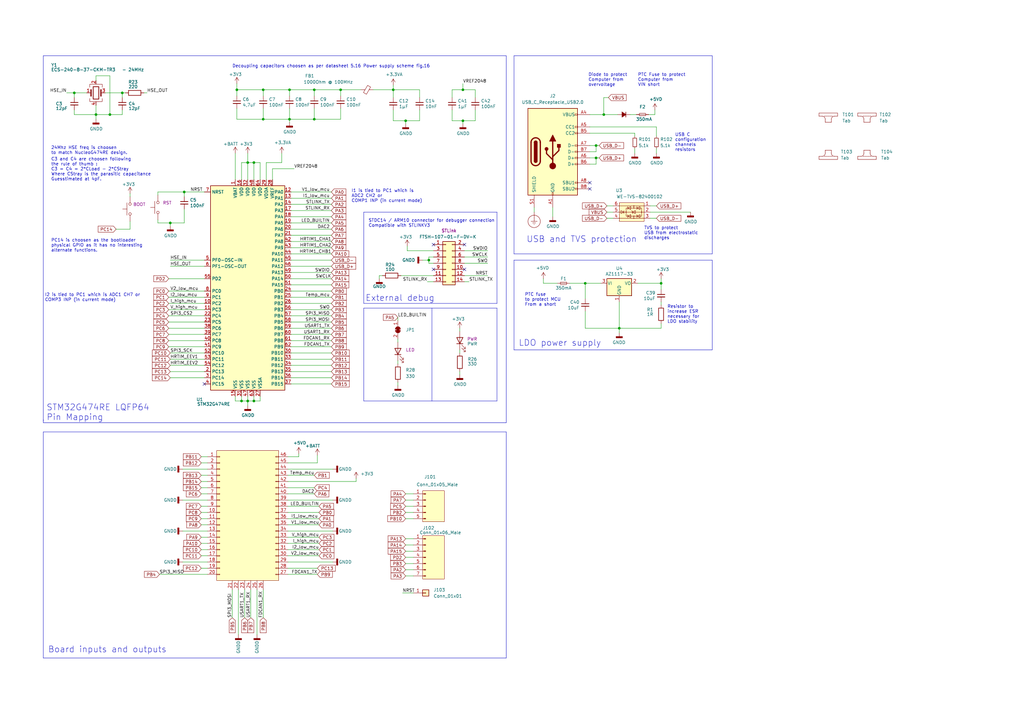
<source format=kicad_sch>
(kicad_sch (version 20230121) (generator eeschema)
  (paper "A3")
  (title_block (title "SPIN V0.9") (date "2021-06-04") (company "https://gitlab.laas.fr/owntech/1leg/-/tree/V1.1.2/KiCAD_files") (comment 1 "Alinei") (comment 2 "Villa") (comment 3 "Villa") (comment 4 "GFE"))
  (junction (at 97.155 36.83))
  (junction (at 104.14 66.675))
  (junction (at 101.6 164.465))
  (junction (at 107.95 36.83))
  (junction (at 240.03 116.205))
  (junction (at 104.14 164.465))
  (junction (at 118.745 48.895))
  (junction (at 244.475 64.77))
  (junction (at 101.6 66.675))
  (junction (at 139.7 36.83))
  (junction (at 128.905 36.83))
  (junction (at 271.145 116.205))
  (junction (at 166.37 49.53))
  (junction (at 247.65 46.99))
  (junction (at 161.29 36.83))
  (junction (at 75.565 78.74))
  (junction (at 254 134.62))
  (junction (at 39.37 46.99))
  (junction (at 118.745 36.83))
  (junction (at 30.48 38.1))
  (junction (at 244.475 59.69))
  (junction (at 99.06 164.465))
  (junction (at 50.165 38.1))
  (junction (at 128.905 48.895))
  (junction (at 107.95 48.895))
  (junction (at 189.865 36.83))
  (junction (at 175.895 106.68))
  (junction (at 69.85 91.44))
  (junction (at 45.085 46.99))
  (junction (at 189.865 49.53))
  (no_connect (at 241.935 77.47))
  (no_connect (at 241.935 74.93))
  (no_connect (at 190.5 100.33))
  (no_connect (at 190.5 110.49))
  (no_connect (at 177.8 110.49))
  (no_connect (at 177.8 100.33))
  (no_connect (at 83.82 157.48))
  (wire (pts (xy 53.34 79.375) (xy 53.34 80.645)))
  (polyline (pts (xy 203.835 126.365) (xy 203.835 164.465)))
  (wire (pts (xy 185.42 36.83) (xy 189.865 36.83)))
  (wire (pts (xy 118.11 187.325) (xy 122.555 187.325)))
  (wire (pts (xy 30.48 38.1) (xy 35.56 38.1)))
  (wire (pts (xy 244.475 64.77) (xy 245.745 64.77)))
  (wire (pts (xy 161.29 45.085) (xy 161.29 49.53)))
  (wire (pts (xy 166.37 210.185) (xy 169.545 210.185)))
  (wire (pts (xy 188.595 143.51) (xy 188.595 144.78)))
  (wire (pts (xy 99.06 66.675) (xy 101.6 66.675)))
  (wire (pts (xy 104.14 162.56) (xy 104.14 164.465)))
  (wire (pts (xy 136.525 217.805) (xy 118.11 217.805)))
  (wire (pts (xy 97.155 44.45) (xy 97.155 48.895)))
  (wire (pts (xy 249.555 40.005) (xy 247.65 40.005)))
  (wire (pts (xy 30.48 40.005) (xy 30.48 38.1)))
  (wire (pts (xy 97.155 36.83) (xy 97.155 39.37)))
  (wire (pts (xy 119.38 78.74) (xy 135.89 78.74)))
  (wire (pts (xy 27.305 38.1) (xy 30.48 38.1)))
  (wire (pts (xy 241.935 52.07) (xy 269.24 52.07)))
  (wire (pts (xy 82.55 212.725) (xy 85.09 212.725)))
  (wire (pts (xy 82.55 207.645) (xy 85.09 207.645)))
  (polyline (pts (xy 210.82 106.68) (xy 292.1 106.68)))
  (wire (pts (xy 118.745 48.895) (xy 118.745 50.165)))
  (wire (pts (xy 96.52 162.56) (xy 96.52 164.465)))
  (wire (pts (xy 246.38 116.205) (xy 240.03 116.205)))
  (wire (pts (xy 161.29 36.83) (xy 161.29 34.925)))
  (polyline (pts (xy 210.82 104.14) (xy 292.1 104.14)))
  (wire (pts (xy 200.025 102.87) (xy 190.5 102.87)))
  (wire (pts (xy 82.55 197.485) (xy 85.09 197.485)))
  (wire (pts (xy 82.55 225.425) (xy 85.09 225.425)))
  (wire (pts (xy 119.38 124.46) (xy 135.89 124.46)))
  (wire (pts (xy 104.14 73.66) (xy 104.14 66.675)))
  (wire (pts (xy 69.215 139.7) (xy 83.82 139.7)))
  (wire (pts (xy 59.055 38.1) (xy 60.325 38.1)))
  (wire (pts (xy 119.38 149.86) (xy 135.89 149.86)))
  (wire (pts (xy 118.745 48.895) (xy 128.905 48.895)))
  (wire (pts (xy 161.29 49.53) (xy 166.37 49.53)))
  (wire (pts (xy 247.65 46.99) (xy 253.365 46.99)))
  (wire (pts (xy 69.85 106.68) (xy 83.82 106.68)))
  (wire (pts (xy 254 123.825) (xy 254 134.62)))
  (wire (pts (xy 175.895 105.41) (xy 175.895 106.68)))
  (wire (pts (xy 39.37 33.02) (xy 39.37 31.115)))
  (polyline (pts (xy 207.645 177.165) (xy 17.78 177.165)))
  (wire (pts (xy 119.38 109.22) (xy 135.89 109.22)))
  (wire (pts (xy 118.745 36.83) (xy 128.905 36.83)))
  (wire (pts (xy 166.37 207.645) (xy 169.545 207.645)))
  (wire (pts (xy 69.85 149.86) (xy 83.82 149.86)))
  (wire (pts (xy 118.11 200.025) (xy 128.905 200.025)))
  (wire (pts (xy 248.92 86.995) (xy 251.46 86.995)))
  (wire (pts (xy 99.06 162.56) (xy 99.06 164.465)))
  (wire (pts (xy 118.11 212.725) (xy 130.81 212.725)))
  (wire (pts (xy 53.34 90.805) (xy 53.34 93.98)))
  (wire (pts (xy 119.38 83.82) (xy 135.89 83.82)))
  (wire (pts (xy 74.93 192.405) (xy 85.09 192.405)))
  (wire (pts (xy 111.76 73.66) (xy 111.76 69.215)))
  (wire (pts (xy 82.55 194.945) (xy 85.09 194.945)))
  (polyline (pts (xy 292.1 106.68) (xy 292.1 143.51)))
  (wire (pts (xy 189.865 34.29) (xy 189.865 36.83)))
  (wire (pts (xy 166.37 233.68) (xy 169.545 233.68)))
  (wire (pts (xy 82.55 222.885) (xy 85.09 222.885)))
  (wire (pts (xy 118.11 197.485) (xy 146.05 197.485)))
  (wire (pts (xy 82.55 189.865) (xy 85.09 189.865)))
  (wire (pts (xy 167.005 100.965) (xy 167.005 102.87)))
  (polyline (pts (xy 149.225 164.465) (xy 149.225 126.365)))
  (wire (pts (xy 85.09 187.325) (xy 82.55 187.325)))
  (polyline (pts (xy 149.225 126.365) (xy 203.835 126.365)))
  (wire (pts (xy 258.445 46.99) (xy 260.985 46.99)))
  (wire (pts (xy 172.085 45.085) (xy 172.085 49.53)))
  (wire (pts (xy 173.355 106.68) (xy 175.895 106.68)))
  (polyline (pts (xy 210.82 22.86) (xy 210.82 104.14)))
  (wire (pts (xy 69.215 127) (xy 83.82 127)))
  (wire (pts (xy 135.89 142.24) (xy 119.38 142.24)))
  (wire (pts (xy 194.945 36.83) (xy 194.945 40.005)))
  (wire (pts (xy 241.935 59.69) (xy 244.475 59.69)))
  (wire (pts (xy 105.41 260.35) (xy 105.41 241.935)))
  (wire (pts (xy 163.195 139.065) (xy 163.195 140.335)))
  (wire (pts (xy 139.7 36.83) (xy 147.955 36.83)))
  (wire (pts (xy 69.85 109.22) (xy 83.82 109.22)))
  (wire (pts (xy 222.885 114.3) (xy 222.885 116.205)))
  (wire (pts (xy 69.215 119.38) (xy 83.82 119.38)))
  (wire (pts (xy 119.38 147.32) (xy 135.89 147.32)))
  (wire (pts (xy 146.05 196.215) (xy 146.05 197.485)))
  (wire (pts (xy 260.35 60.96) (xy 260.35 62.865)))
  (wire (pts (xy 82.55 233.045) (xy 85.09 233.045)))
  (wire (pts (xy 135.89 134.62) (xy 119.38 134.62)))
  (wire (pts (xy 118.11 227.965) (xy 130.81 227.965)))
  (wire (pts (xy 119.38 129.54) (xy 135.89 129.54)))
  (wire (pts (xy 240.03 127.635) (xy 240.03 134.62)))
  (wire (pts (xy 74.93 217.805) (xy 85.09 217.805)))
  (wire (pts (xy 47.625 93.98) (xy 53.34 93.98)))
  (wire (pts (xy 119.38 96.52) (xy 135.89 96.52)))
  (wire (pts (xy 119.38 88.9) (xy 135.89 88.9)))
  (wire (pts (xy 69.85 154.94) (xy 83.82 154.94)))
  (wire (pts (xy 163.195 156.845) (xy 163.195 158.115)))
  (wire (pts (xy 82.55 210.185) (xy 85.09 210.185)))
  (wire (pts (xy 118.11 225.425) (xy 130.81 225.425)))
  (wire (pts (xy 254 134.62) (xy 271.145 134.62)))
  (wire (pts (xy 118.11 222.885) (xy 130.81 222.885)))
  (polyline (pts (xy 292.1 143.51) (xy 210.82 143.51)))
  (polyline (pts (xy 17.78 177.165) (xy 17.78 269.875)))
  (polyline (pts (xy 17.78 172.72) (xy 17.78 22.86)))
  (wire (pts (xy 200.025 113.03) (xy 190.5 113.03)))
  (wire (pts (xy 39.37 43.18) (xy 39.37 46.99)))
  (wire (pts (xy 69.215 137.16) (xy 83.82 137.16)))
  (wire (pts (xy 185.42 45.085) (xy 185.42 49.53)))
  (wire (pts (xy 119.38 137.16) (xy 135.89 137.16)))
  (wire (pts (xy 69.215 142.24) (xy 83.82 142.24)))
  (wire (pts (xy 175.895 107.95) (xy 177.8 107.95)))
  (wire (pts (xy 107.95 48.895) (xy 118.745 48.895)))
  (wire (pts (xy 166.37 202.565) (xy 169.545 202.565)))
  (wire (pts (xy 166.37 220.98) (xy 169.545 220.98)))
  (wire (pts (xy 128.905 44.45) (xy 128.905 48.895)))
  (wire (pts (xy 100.33 241.935) (xy 100.33 253.365)))
  (wire (pts (xy 166.37 228.6) (xy 169.545 228.6)))
  (wire (pts (xy 260.35 54.61) (xy 260.35 55.88)))
  (wire (pts (xy 139.7 48.895) (xy 139.7 44.45)))
  (wire (pts (xy 64.77 91.44) (xy 64.77 90.17)))
  (wire (pts (xy 172.085 36.83) (xy 161.29 36.83)))
  (wire (pts (xy 119.38 139.7) (xy 135.89 139.7)))
  (wire (pts (xy 107.95 44.45) (xy 107.95 48.895)))
  (wire (pts (xy 164.465 113.03) (xy 177.8 113.03)))
  (wire (pts (xy 122.555 186.055) (xy 122.555 187.325)))
  (wire (pts (xy 119.38 127) (xy 135.89 127)))
  (wire (pts (xy 107.95 241.935) (xy 107.95 253.365)))
  (polyline (pts (xy 207.645 22.86) (xy 207.645 173.355)))
  (wire (pts (xy 119.38 106.68) (xy 135.89 106.68)))
  (wire (pts (xy 161.29 40.005) (xy 161.29 36.83)))
  (wire (pts (xy 82.55 202.565) (xy 85.09 202.565)))
  (wire (pts (xy 95.25 253.365) (xy 95.25 241.935)))
  (wire (pts (xy 222.885 116.205) (xy 228.6 116.205)))
  (wire (pts (xy 248.92 89.535) (xy 251.46 89.535)))
  (wire (pts (xy 115.57 66.675) (xy 109.22 66.675)))
  (wire (pts (xy 119.38 116.84) (xy 135.89 116.84)))
  (wire (pts (xy 271.145 123.825) (xy 271.145 125.095)))
  (wire (pts (xy 136.525 230.505) (xy 118.11 230.505)))
  (wire (pts (xy 119.38 99.06) (xy 135.89 99.06)))
  (wire (pts (xy 135.89 86.36) (xy 119.38 86.36)))
  (wire (pts (xy 118.11 235.585) (xy 130.175 235.585)))
  (wire (pts (xy 118.11 210.185) (xy 130.81 210.185)))
  (wire (pts (xy 185.42 40.005) (xy 185.42 36.83)))
  (polyline (pts (xy 17.78 173.355) (xy 17.78 172.085)))
  (wire (pts (xy 43.18 38.1) (xy 50.165 38.1)))
  (wire (pts (xy 75.565 78.74) (xy 64.77 78.74)))
  (wire (pts (xy 97.155 36.83) (xy 107.95 36.83)))
  (wire (pts (xy 244.475 62.23) (xy 244.475 59.69)))
  (wire (pts (xy 240.03 134.62) (xy 254 134.62)))
  (wire (pts (xy 244.475 59.69) (xy 245.745 59.69)))
  (wire (pts (xy 266.7 84.455) (xy 269.24 84.455)))
  (wire (pts (xy 165.1 243.205) (xy 169.545 243.205)))
  (wire (pts (xy 83.82 147.32) (xy 69.85 147.32)))
  (wire (pts (xy 64.77 78.74) (xy 64.77 80.01)))
  (wire (pts (xy 241.935 62.23) (xy 244.475 62.23)))
  (wire (pts (xy 166.37 223.52) (xy 169.545 223.52)))
  (wire (pts (xy 118.745 44.45) (xy 118.745 48.895)))
  (wire (pts (xy 69.215 124.46) (xy 83.82 124.46)))
  (wire (pts (xy 271.145 116.205) (xy 271.145 118.745)))
  (wire (pts (xy 128.905 48.895) (xy 139.7 48.895)))
  (wire (pts (xy 106.68 164.465) (xy 106.68 162.56)))
  (wire (pts (xy 163.195 130.175) (xy 163.195 131.445)))
  (wire (pts (xy 118.11 233.045) (xy 130.175 233.045)))
  (wire (pts (xy 69.215 121.92) (xy 83.82 121.92)))
  (wire (pts (xy 175.895 106.68) (xy 175.895 107.95)))
  (wire (pts (xy 244.475 67.31) (xy 244.475 64.77)))
  (polyline (pts (xy 203.835 124.46) (xy 203.835 86.995)))
  (wire (pts (xy 219.075 85.09) (xy 219.075 86.995)))
  (wire (pts (xy 45.085 46.99) (xy 50.165 46.99)))
  (wire (pts (xy 99.06 164.465) (xy 101.6 164.465)))
  (wire (pts (xy 82.55 220.345) (xy 85.09 220.345)))
  (wire (pts (xy 69.215 134.62) (xy 83.82 134.62)))
  (wire (pts (xy 166.37 49.53) (xy 166.37 50.8)))
  (wire (pts (xy 101.6 164.465) (xy 104.14 164.465)))
  (wire (pts (xy 106.68 73.66) (xy 106.68 66.675)))
  (polyline (pts (xy 210.82 106.68) (xy 210.82 143.51)))
  (wire (pts (xy 166.37 49.53) (xy 172.085 49.53)))
  (wire (pts (xy 97.155 48.895) (xy 107.95 48.895)))
  (wire (pts (xy 188.595 134.62) (xy 188.595 135.89)))
  (polyline (pts (xy 149.225 124.46) (xy 203.835 124.46)))
  (wire (pts (xy 119.38 104.14) (xy 135.89 104.14)))
  (wire (pts (xy 155.575 113.03) (xy 155.575 114.3)))
  (wire (pts (xy 83.82 78.74) (xy 75.565 78.74)))
  (wire (pts (xy 69.215 129.54) (xy 83.82 129.54)))
  (wire (pts (xy 247.65 40.005) (xy 247.65 46.99)))
  (wire (pts (xy 97.155 36.83) (xy 97.155 34.29)))
  (wire (pts (xy 119.38 132.08) (xy 135.89 132.08)))
  (wire (pts (xy 119.38 93.98) (xy 135.89 93.98)))
  (wire (pts (xy 271.145 114.3) (xy 271.145 116.205)))
  (wire (pts (xy 74.93 205.105) (xy 85.09 205.105)))
  (wire (pts (xy 166.37 205.105) (xy 169.545 205.105)))
  (wire (pts (xy 101.6 166.37) (xy 101.6 164.465)))
  (wire (pts (xy 119.38 121.92) (xy 135.89 121.92)))
  (wire (pts (xy 155.575 113.03) (xy 156.845 113.03)))
  (wire (pts (xy 261.62 116.205) (xy 271.145 116.205)))
  (wire (pts (xy 185.42 49.53) (xy 189.865 49.53)))
  (wire (pts (xy 101.6 73.66) (xy 101.6 66.675)))
  (wire (pts (xy 166.37 231.14) (xy 169.545 231.14)))
  (wire (pts (xy 189.865 50.8) (xy 189.865 49.53)))
  (wire (pts (xy 189.865 49.53) (xy 194.945 49.53)))
  (wire (pts (xy 101.6 162.56) (xy 101.6 164.465)))
  (wire (pts (xy 50.165 38.1) (xy 50.165 40.005)))
  (wire (pts (xy 82.55 227.965) (xy 85.09 227.965)))
  (wire (pts (xy 118.11 220.345) (xy 130.81 220.345)))
  (wire (pts (xy 266.7 86.995) (xy 283.21 86.995)))
  (wire (pts (xy 177.8 115.57) (xy 175.26 115.57)))
  (wire (pts (xy 104.14 164.465) (xy 106.68 164.465)))
  (wire (pts (xy 119.38 154.94) (xy 135.89 154.94)))
  (wire (pts (xy 269.24 52.07) (xy 269.24 55.88)))
  (wire (pts (xy 192.405 115.57) (xy 190.5 115.57)))
  (wire (pts (xy 102.87 241.935) (xy 102.87 253.365)))
  (polyline (pts (xy 207.645 269.875) (xy 17.78 269.875)))
  (wire (pts (xy 119.38 111.76) (xy 135.89 111.76)))
  (wire (pts (xy 75.565 85.725) (xy 75.565 91.44)))
  (wire (pts (xy 118.11 202.565) (xy 128.905 202.565)))
  (wire (pts (xy 119.38 101.6) (xy 135.89 101.6)))
  (wire (pts (xy 163.195 147.955) (xy 163.195 149.225)))
  (polyline (pts (xy 17.78 22.86) (xy 207.645 22.86)))
  (wire (pts (xy 166.37 226.06) (xy 169.545 226.06)))
  (polyline (pts (xy 207.645 177.165) (xy 207.645 269.875)))
  (wire (pts (xy 119.38 157.48) (xy 135.89 157.48)))
  (wire (pts (xy 188.595 152.4) (xy 188.595 153.67)))
  (wire (pts (xy 111.76 69.215) (xy 120.65 69.215)))
  (wire (pts (xy 69.85 152.4) (xy 83.82 152.4)))
  (wire (pts (xy 136.525 205.105) (xy 118.11 205.105)))
  (wire (pts (xy 118.11 194.945) (xy 128.905 194.945)))
  (wire (pts (xy 177.8 105.41) (xy 175.895 105.41)))
  (polyline (pts (xy 177.165 126.365) (xy 177.165 164.465)))
  (wire (pts (xy 271.145 132.715) (xy 271.145 134.62)))
  (wire (pts (xy 107.95 36.83) (xy 118.745 36.83)))
  (polyline (pts (xy 207.645 173.355) (xy 17.78 173.355)))
  (wire (pts (xy 118.745 39.37) (xy 118.745 36.83)))
  (wire (pts (xy 69.215 114.3) (xy 83.82 114.3)))
  (wire (pts (xy 166.37 212.725) (xy 169.545 212.725)))
  (wire (pts (xy 226.695 85.09) (xy 226.695 88.9)))
  (wire (pts (xy 241.935 46.99) (xy 247.65 46.99)))
  (wire (pts (xy 97.79 260.35) (xy 97.79 241.935)))
  (wire (pts (xy 74.93 230.505) (xy 85.09 230.505)))
  (wire (pts (xy 96.52 164.465) (xy 99.06 164.465)))
  (polyline (pts (xy 292.1 22.86) (xy 210.82 22.86)))
  (wire (pts (xy 200.025 105.41) (xy 190.5 105.41)))
  (wire (pts (xy 51.435 38.1) (xy 50.165 38.1)))
  (wire (pts (xy 82.55 215.265) (xy 85.09 215.265)))
  (wire (pts (xy 268.605 45.085) (xy 268.605 46.99)))
  (wire (pts (xy 69.85 91.44) (xy 64.77 91.44)))
  (wire (pts (xy 136.525 192.405) (xy 118.11 192.405)))
  (wire (pts (xy 166.37 236.22) (xy 169.545 236.22)))
  (polyline (pts (xy 149.225 86.995) (xy 149.225 124.46)))
  (polyline (pts (xy 292.1 104.14) (xy 292.1 22.86)))
  (wire (pts (xy 241.935 54.61) (xy 260.35 54.61)))
  (wire (pts (xy 39.37 46.99) (xy 45.085 46.99)))
  (wire (pts (xy 107.95 39.37) (xy 107.95 36.83)))
  (wire (pts (xy 241.935 67.31) (xy 244.475 67.31)))
  (wire (pts (xy 75.565 78.74) (xy 75.565 80.645)))
  (wire (pts (xy 241.935 64.77) (xy 244.475 64.77)))
  (wire (pts (xy 99.06 66.675) (xy 99.06 73.66)))
  (wire (pts (xy 119.38 114.3) (xy 135.89 114.3)))
  (wire (pts (xy 50.165 46.99) (xy 50.165 45.085)))
  (wire (pts (xy 240.03 122.555) (xy 240.03 116.205)))
  (wire (pts (xy 200.025 107.95) (xy 190.5 107.95)))
  (wire (pts (xy 30.48 46.99) (xy 39.37 46.99)))
  (wire (pts (xy 75.565 91.44) (xy 69.85 91.44)))
  (wire (pts (xy 45.085 31.115) (xy 45.085 46.99)))
  (wire (pts (xy 118.11 215.265) (xy 130.81 215.265)))
  (wire (pts (xy 189.865 36.83) (xy 194.945 36.83)))
  (wire (pts (xy 118.11 207.645) (xy 130.81 207.645)))
  (wire (pts (xy 139.7 36.83) (xy 139.7 39.37)))
  (wire (pts (xy 96.52 62.865) (xy 96.52 73.66)))
  (wire (pts (xy 104.14 66.675) (xy 106.68 66.675)))
  (wire (pts (xy 115.57 62.865) (xy 115.57 66.675)))
  (wire (pts (xy 119.38 119.38) (xy 135.89 119.38)))
  (wire (pts (xy 269.24 60.96) (xy 269.24 62.865)))
  (wire (pts (xy 109.22 66.675) (xy 109.22 73.66)))
  (wire (pts (xy 69.215 132.08) (xy 83.82 132.08)))
  (wire (pts (xy 153.035 36.83) (xy 161.29 36.83)))
  (wire (pts (xy 266.065 46.99) (xy 268.605 46.99)))
  (polyline (pts (xy 203.835 86.995) (xy 149.225 86.995)))
  (wire (pts (xy 69.85 92.71) (xy 69.85 91.44)))
  (wire (pts (xy 119.38 81.28) (xy 135.89 81.28)))
  (wire (pts (xy 130.175 189.865) (xy 118.11 189.865)))
  (wire (pts (xy 254 134.62) (xy 254 136.525)))
  (wire (pts (xy 83.82 144.78) (xy 69.85 144.78)))
  (polyline (pts (xy 149.225 164.465) (xy 203.835 164.465)))
  (wire (pts (xy 266.7 89.535) (xy 269.24 89.535)))
  (wire (pts (xy 167.005 102.87) (xy 177.8 102.87)))
  (wire (pts (xy 233.68 116.205) (xy 240.03 116.205)))
  (wire (pts (xy 82.55 200.025) (xy 85.09 200.025)))
  (wire (pts (xy 39.37 46.99) (xy 39.37 48.895)))
  (wire (pts (xy 119.38 91.44) (xy 135.89 91.44)))
  (wire (pts (xy 30.48 45.085) (xy 30.48 46.99)))
  (wire (pts (xy 119.38 152.4) (xy 135.89 152.4)))
  (wire (pts (xy 128.905 36.83) (xy 139.7 36.83)))
  (wire (pts (xy 194.945 49.53) (xy 194.945 45.085)))
  (wire (pts (xy 101.6 66.675) (xy 104.14 66.675)))
  (wire (pts (xy 65.405 235.585) (xy 85.09 235.585)))
  (wire (pts (xy 128.905 39.37) (xy 128.905 36.83)))
  (wire (pts (xy 119.38 144.78) (xy 135.89 144.78)))
  (wire (pts (xy 248.92 84.455) (xy 251.46 84.455)))
  (wire (pts (xy 101.6 62.865) (xy 101.6 66.675)))
  (wire (pts (xy 130.175 186.69) (xy 130.175 189.865)))
  (wire (pts (xy 39.37 31.115) (xy 45.085 31.115)))
  (wire (pts (xy 172.085 40.005) (xy 172.085 36.83)))
  (text "PC14 is choosen as the bootloader \nphysical GPIO as it has no interesting\nalternate functions." (at 20.955 103.505 0) (effects (font (size 1.27 1.27)) (justify left bottom)))
  (text "PTC Fuse to protect \nComputer from \nVIN short" (at 261.62 35.56 0) (effects (font (size 1.27 1.27)) (justify left bottom)))
  (text "USB C \nconfiguration \nchannels\nresistors\n" (at 276.86 62.23 0) (effects (font (size 1.27 1.27)) (justify left bottom)))
  (text "STDC14 / ARM10 connector for debugger connection\nCompatible with STLINKV3\n" (at 151.13 93.345 0) (effects (font (size 1.27 1.27)) (justify left bottom)))
  (text "Decoupling capacitors choosen as per datasheet 5.16 Power supply scheme fig.16\n" (at 95.25 27.94 0) (effects (font (size 1.27 1.27)) (justify left bottom)))
  (text "I1 is tied to PC1 which is \nADC2 CH2 or \nCOMP1 INP (in current mode)" (at 144.145 83.185 0) (effects (font (size 1.27 1.27)) (justify left bottom)))
  (text "LDO power supply" (at 212.725 142.24 0) (effects (font (size 2.4892 2.4892)) (justify left bottom)))
  (text "STM32G474RE LQFP64\nPin Mapping" (at 19.05 172.72 0) (effects (font (size 2.4892 2.4892)) (justify left bottom)))
  (text "Diode to protect \nComputer from\novervoltage" (at 241.3 35.56 0) (effects (font (size 1.27 1.27)) (justify left bottom)))
  (text "I2 is tied to PC1 which is ADC1 CH7 or \nCOMP3 INP (in current mode)" (at 18.415 123.825 0) (effects (font (size 1.27 1.27)) (justify left bottom)))
  (text "USB and TVS protection" (at 215.9 99.695 0) (effects (font (size 2.4892 2.4892)) (justify left bottom)))
  (text "External debug" (at 149.86 123.825 0) (effects (font (size 2.4892 2.4892)) (justify left bottom)))
  (text "TVS to protect \nUSB from electrostatic \ndischarges" (at 264.16 98.425 0) (effects (font (size 1.27 1.27)) (justify left bottom)))
  (text "Resistor to \nincrease ESR \nnecessary for\nLDO stability" (at 273.685 132.715 0) (effects (font (size 1.27 1.27)) (justify left bottom)))
  (text "PTC fuse\nto protect MCU\nFrom a short" (at 215.265 125.73 0) (effects (font (size 1.27 1.27)) (justify left bottom)))
  (text "C3 and C4 are choosen following \nthe rule of thumb : \nC3 = C4 = 2*CLoad - 2*CStray \nWhere CStray is the parasitic capacitance\nGuesstimated at 4pF." (at 20.955 74.295 0) (effects (font (size 1.27 1.27)) (justify left bottom)))
  (text "Board inputs and outputs" (at 19.685 267.97 0) (effects (font (size 2.4892 2.4892)) (justify left bottom)))
  (text "24Mhz HSE freq is choosen\nto match NucleoG474RE design. " (at 20.955 63.5 0) (effects (font (size 1.27 1.27)) (justify left bottom)))
  (label "V1_low_mcu" (at 119.38 215.265 0))
  (label "SWO" (at 135.255 127 180))
  (label "HRTIM_EEV2" (at 69.85 149.86 0))
  (label "NRST" (at 200.025 113.03 180))
  (label "SPI3_CS2" (at 69.85 129.54 0))
  (label "SPI3_MOSI" (at 95.25 253.365 90))
  (label "V1_low_mcu" (at 135.255 78.74 180))
  (label "HRTIM1_CHA2" (at 135.89 101.6 180))
  (label "VREF2048" (at 189.865 34.29 0))
  (label "HSE_IN" (at 69.85 106.68 0))
  (label "SPI3_SCK" (at 69.85 144.78 0))
  (label "V_high_mcu" (at 130.81 220.345 180))
  (label "NRST" (at 165.1 243.205 0))
  (label "HRTIM1_CHB1" (at 135.89 104.14 180))
  (label "HRTIM1_CHA1" (at 135.89 99.06 180))
  (label "SPI3_MISO" (at 65.405 235.585 0))
  (label "I1_low_mcu" (at 135.255 81.28 180))
  (label "FDCAN1_RX" (at 135.255 139.7 180))
  (label "STLINK_RX" (at 135.255 86.36 180))
  (label "I1_low_mcu" (at 119.38 212.725 0))
  (label "V2_low_mcu" (at 69.85 119.38 0))
  (label "SWO" (at 200.025 107.95 180))
  (label "USART1_TX" (at 100.33 253.365 90))
  (label "HSE_OUT" (at 60.325 38.1 0))
  (label "V_high_mcu" (at 69.85 127 0))
  (label "HRTIM_EEV1" (at 69.85 147.32 0))
  (label "V2_low_mcu" (at 130.81 227.965 180))
  (label "DAC2" (at 135.255 93.98 180))
  (label "USART1_RX" (at 135.255 137.16 180))
  (label "SWCLK" (at 135.89 114.3 180))
  (label "DAC2" (at 128.905 202.565 180))
  (label "STLINK_TX" (at 192.405 115.57 0))
  (label "I_high_mcu" (at 130.81 222.885 180))
  (label "LED_BUILTIN" (at 135.255 91.44 180))
  (label "Temp_mcu" (at 135.255 121.92 180))
  (label "VREF2048" (at 120.65 69.215 0))
  (label "I2_low_mcu" (at 130.81 225.425 180))
  (label "LED_BUILTIN" (at 163.195 130.175 0))
  (label "FDCAN1_TX" (at 135.255 142.24 180))
  (label "STLINK_TX" (at 135.255 83.82 180))
  (label "SPI3_MOSI" (at 135.255 132.08 180))
  (label "I2_low_mcu" (at 69.85 121.92 0))
  (label "SWDIO" (at 200.025 102.87 180))
  (label "NRST" (at 78.105 78.74 0))
  (label "Temp_mcu" (at 128.905 194.945 180))
  (label "HSE_IN" (at 27.305 38.1 180))
  (label "FDCAN1_RX" (at 107.95 253.365 90))
  (label "SWCLK" (at 200.025 105.41 180))
  (label "SWDIO" (at 135.255 111.76 180))
  (label "FDCAN1_TX" (at 130.175 235.585 180))
  (label "LED_BUILTIN" (at 130.81 207.645 180))
  (label "USART1_RX" (at 102.87 253.365 90))
  (label "USART1_TX" (at 135.255 134.62 180))
  (label "STLINK_RX" (at 175.26 115.57 180))
  (label "HSE_OUT" (at 69.85 109.22 0))
  (label "SPI3_MISO" (at 135.255 129.54 180))
  (label "I_high_mcu" (at 69.85 124.46 0))
  (global_label "PC0" (shape input) (at 130.81 227.965 0) (property "Intersheetrefs" "${INTERSHEET_REFS}" (effects hide)) (property "Références Inter-Feuilles" "${INTERSHEET_REFS}" (effects hide)))
  (global_label "PB3" (shape input) (at 135.89 127 0) (property "Intersheetrefs" "${INTERSHEET_REFS}" (effects hide)) (property "Références Inter-Feuilles" "${INTERSHEET_REFS}" (effects hide)))
  (global_label "PC10" (shape input) (at 69.85 144.78 180) (property "Intersheetrefs" "${INTERSHEET_REFS}" (effects hide)) (property "Références Inter-Feuilles" "${INTERSHEET_REFS}" (effects hide)))
  (global_label "PB5" (shape input) (at 95.25 253.365 270) (property "Intersheetrefs" "${INTERSHEET_REFS}" (effects hide)) (property "Références Inter-Feuilles" "${INTERSHEET_REFS}" (effects hide)))
  (global_label "PC2" (shape input) (at 69.215 124.46 180) (property "Intersheetrefs" "${INTERSHEET_REFS}" (effects hide)) (property "Références Inter-Feuilles" "${INTERSHEET_REFS}" (effects hide)))
  (global_label "USB_D-" (shape input) (at 245.745 59.69 0) (property "Intersheetrefs" "${INTERSHEET_REFS}" (effects hide)) (property "Références Inter-Feuilles" "${INTERSHEET_REFS}" (effects hide)))
  (global_label "PA9" (shape input) (at 135.89 101.6 0) (property "Intersheetrefs" "${INTERSHEET_REFS}" (effects hide)) (property "Références Inter-Feuilles" "${INTERSHEET_REFS}" (effects hide)))
  (global_label "PA2" (shape input) (at 135.89 83.82 0) (property "Intersheetrefs" "${INTERSHEET_REFS}" (effects hide)) (property "Références Inter-Feuilles" "${INTERSHEET_REFS}" (effects hide)))
  (global_label "PB6" (shape input) (at 135.89 134.62 0) (property "Intersheetrefs" "${INTERSHEET_REFS}" (effects hide)) (property "Références Inter-Feuilles" "${INTERSHEET_REFS}" (effects hide)))
  (global_label "PB8" (shape input) (at 135.89 139.7 0) (property "Intersheetrefs" "${INTERSHEET_REFS}" (effects hide)) (property "Références Inter-Feuilles" "${INTERSHEET_REFS}" (effects hide)))
  (global_label "PB0" (shape input) (at 130.81 210.185 0) (property "Intersheetrefs" "${INTERSHEET_REFS}" (effects hide)) (property "Références Inter-Feuilles" "${INTERSHEET_REFS}" (effects hide)))
  (global_label "USB_D+" (shape input) (at 245.745 64.77 0) (property "Intersheetrefs" "${INTERSHEET_REFS}" (effects hide)) (property "Références Inter-Feuilles" "${INTERSHEET_REFS}" (effects hide)))
  (global_label "PC14" (shape input) (at 47.625 93.98 180) (property "Intersheetrefs" "${INTERSHEET_REFS}" (effects hide)) (property "Références Inter-Feuilles" "${INTERSHEET_REFS}" (effects hide)))
  (global_label "PA4" (shape input) (at 166.37 202.565 180) (property "Intersheetrefs" "${INTERSHEET_REFS}" (effects hide)) (property "Références Inter-Feuilles" "${INTERSHEET_REFS}" (effects hide)))
  (global_label "PA7" (shape input) (at 166.37 205.105 180) (property "Intersheetrefs" "${INTERSHEET_REFS}" (effects hide)) (property "Références Inter-Feuilles" "${INTERSHEET_REFS}" (effects hide)))
  (global_label "PA1" (shape input) (at 130.81 212.725 0) (property "Intersheetrefs" "${INTERSHEET_REFS}" (effects hide)) (property "Références Inter-Feuilles" "${INTERSHEET_REFS}" (effects hide)))
  (global_label "PD2" (shape input) (at 69.215 114.3 180) (property "Intersheetrefs" "${INTERSHEET_REFS}" (effects hide)) (property "Références Inter-Feuilles" "${INTERSHEET_REFS}" (effects hide)))
  (global_label "PA8" (shape input) (at 135.89 99.06 0) (property "Intersheetrefs" "${INTERSHEET_REFS}" (effects hide)) (property "Références Inter-Feuilles" "${INTERSHEET_REFS}" (effects hide)))
  (global_label "PC11" (shape input) (at 82.55 227.965 180) (property "Intersheetrefs" "${INTERSHEET_REFS}" (effects hide)) (property "Références Inter-Feuilles" "${INTERSHEET_REFS}" (effects hide)))
  (global_label "PB7" (shape input) (at 135.89 137.16 0) (property "Intersheetrefs" "${INTERSHEET_REFS}" (effects hide)) (property "Références Inter-Feuilles" "${INTERSHEET_REFS}" (effects hide)))
  (global_label "PA8" (shape input) (at 82.55 215.265 180) (property "Intersheetrefs" "${INTERSHEET_REFS}" (effects hide)) (property "Références Inter-Feuilles" "${INTERSHEET_REFS}" (effects hide)))
  (global_label "PB4" (shape input) (at 135.89 129.54 0) (property "Intersheetrefs" "${INTERSHEET_REFS}" (effects hide)) (property "Références Inter-Feuilles" "${INTERSHEET_REFS}" (effects hide)))
  (global_label "PB11" (shape input) (at 135.89 147.32 0) (property "Intersheetrefs" "${INTERSHEET_REFS}" (effects hide)) (property "Références Inter-Feuilles" "${INTERSHEET_REFS}" (effects hide)))
  (global_label "PC4" (shape input) (at 128.905 200.025 0) (property "Intersheetrefs" "${INTERSHEET_REFS}" (effects hide)) (property "Références Inter-Feuilles" "${INTERSHEET_REFS}" (effects hide)))
  (global_label "PB1" (shape input) (at 128.905 194.945 0) (property "Intersheetrefs" "${INTERSHEET_REFS}" (effects hide)) (property "Références Inter-Feuilles" "${INTERSHEET_REFS}" (effects hide)))
  (global_label "PB9" (shape input) (at 130.175 235.585 0) (property "Intersheetrefs" "${INTERSHEET_REFS}" (effects hide)) (property "Références Inter-Feuilles" "${INTERSHEET_REFS}" (effects hide)))
  (global_label "PB10" (shape input) (at 166.37 212.725 180) (property "Intersheetrefs" "${INTERSHEET_REFS}" (effects hide)) (property "Références Inter-Feuilles" "${INTERSHEET_REFS}" (effects hide)))
  (global_label "VBUS" (shape input) (at 249.555 40.005 0) (property "Intersheetrefs" "${INTERSHEET_REFS}" (effects hide)) (property "Références Inter-Feuilles" "${INTERSHEET_REFS}" (effects hide)))
  (global_label "PC1" (shape input) (at 69.215 121.92 180) (property "Intersheetrefs" "${INTERSHEET_REFS}" (effects hide)) (property "Références Inter-Feuilles" "${INTERSHEET_REFS}" (effects hide)))
  (global_label "PA6" (shape input) (at 135.89 93.98 0) (property "Intersheetrefs" "${INTERSHEET_REFS}" (effects hide)) (property "Références Inter-Feuilles" "${INTERSHEET_REFS}" (effects hide)))
  (global_label "PA3" (shape input) (at 166.37 236.22 180) (property "Intersheetrefs" "${INTERSHEET_REFS}" (effects hide)) (property "Références Inter-Feuilles" "${INTERSHEET_REFS}" (effects hide)))
  (global_label "USB_D-" (shape input) (at 269.24 89.535 0) (property "Intersheetrefs" "${INTERSHEET_REFS}" (effects hide)) (property "Références Inter-Feuilles" "${INTERSHEET_REFS}" (effects hide)))
  (global_label "PA10" (shape input) (at 82.55 222.885 180) (property "Intersheetrefs" "${INTERSHEET_REFS}" (effects hide)) (property "Références Inter-Feuilles" "${INTERSHEET_REFS}" (effects hide)))
  (global_label "PC11" (shape input) (at 69.85 147.32 180) (property "Intersheetrefs" "${INTERSHEET_REFS}" (effects hide)) (property "Références Inter-Feuilles" "${INTERSHEET_REFS}" (effects hide)))
  (global_label "PA7" (shape input) (at 135.89 96.52 0) (property "Intersheetrefs" "${INTERSHEET_REFS}" (effects hide)) (property "Références Inter-Feuilles" "${INTERSHEET_REFS}" (effects hide)))
  (global_label "PC2" (shape input) (at 130.81 222.885 0) (property "Intersheetrefs" "${INTERSHEET_REFS}" (effects hide)) (property "Références Inter-Feuilles" "${INTERSHEET_REFS}" (effects hide)))
  (global_label "PB15" (shape input) (at 135.89 157.48 0) (property "Intersheetrefs" "${INTERSHEET_REFS}" (effects hide)) (property "Références Inter-Feuilles" "${INTERSHEET_REFS}" (effects hide)))
  (global_label "PA5" (shape input) (at 163.195 130.175 180) (property "Intersheetrefs" "${INTERSHEET_REFS}" (effects hide)) (property "Références Inter-Feuilles" "${INTERSHEET_REFS}" (effects hide)))
  (global_label "PC7" (shape input) (at 82.55 207.645 180) (property "Intersheetrefs" "${INTERSHEET_REFS}" (effects hide)) (property "Références Inter-Feuilles" "${INTERSHEET_REFS}" (effects hide)))
  (global_label "PB10" (shape input) (at 135.89 144.78 0) (property "Intersheetrefs" "${INTERSHEET_REFS}" (effects hide)) (property "Références Inter-Feuilles" "${INTERSHEET_REFS}" (effects hide)))
  (global_label "PB14" (shape input) (at 82.55 197.485 180) (property "Intersheetrefs" "${INTERSHEET_REFS}" (effects hide)) (property "Références Inter-Feuilles" "${INTERSHEET_REFS}" (effects hide)))
  (global_label "USB_D+" (shape input) (at 248.92 84.455 180) (property "Intersheetrefs" "${INTERSHEET_REFS}" (effects hide)) (property "Références Inter-Feuilles" "${INTERSHEET_REFS}" (effects hide)))
  (global_label "PA13" (shape input) (at 135.89 111.76 0) (property "Intersheetrefs" "${INTERSHEET_REFS}" (effects hide)) (property "Références Inter-Feuilles" "${INTERSHEET_REFS}" (effects hide)))
  (global_label "PC5" (shape input) (at 166.37 207.645 180) (property "Intersheetrefs" "${INTERSHEET_REFS}" (effects hide)) (property "Références Inter-Feuilles" "${INTERSHEET_REFS}" (effects hide)))
  (global_label "PC13" (shape input) (at 69.85 152.4 180) (property "Intersheetrefs" "${INTERSHEET_REFS}" (effects hide)) (property "Références Inter-Feuilles" "${INTERSHEET_REFS}" (effects hide)))
  (global_label "PA1" (shape input) (at 135.89 81.28 0) (property "Intersheetrefs" "${INTERSHEET_REFS}" (effects hide)) (property "Références Inter-Feuilles" "${INTERSHEET_REFS}" (effects hide)))
  (global_label "PA6" (shape input) (at 128.905 202.565 0) (property "Intersheetrefs" "${INTERSHEET_REFS}" (effects hide)) (property "Références Inter-Feuilles" "${INTERSHEET_REFS}" (effects hide)))
  (global_label "PB11" (shape input) (at 82.55 187.325 180) (property "Intersheetrefs" "${INTERSHEET_REFS}" (effects hide)) (property "Références Inter-Feuilles" "${INTERSHEET_REFS}" (effects hide)))
  (global_label "PB15" (shape input) (at 82.55 200.025 180) (property "Intersheetrefs" "${INTERSHEET_REFS}" (effects hide)) (property "Références Inter-Feuilles" "${INTERSHEET_REFS}" (effects hide)))
  (global_label "PA3" (shape input) (at 135.89 86.36 0) (property "Intersheetrefs" "${INTERSHEET_REFS}" (effects hide)) (property "Références Inter-Feuilles" "${INTERSHEET_REFS}" (effects hide)))
  (global_label "PB2" (shape input) (at 166.37 210.185 180) (property "Intersheetrefs" "${INTERSHEET_REFS}" (effects hide)) (property "Références Inter-Feuilles" "${INTERSHEET_REFS}" (effects hide)))
  (global_label "PC12" (shape input) (at 69.85 149.86 180) (property "Intersheetrefs" "${INTERSHEET_REFS}" (effects hide)) (property "Références Inter-Feuilles" "${INTERSHEET_REFS}" (effects hide)))
  (global_label "PB1" (shape input) (at 135.89 121.92 0) (property "Intersheetrefs" "${INTERSHEET_REFS}" (effects hide)) (property "Références Inter-Feuilles" "${INTERSHEET_REFS}" (effects hide)))
  (global_label "PB13" (shape input) (at 82.55 194.945 180) (property "Intersheetrefs" "${INTERSHEET_REFS}" (effects hide)) (property "Références Inter-Feuilles" "${INTERSHEET_REFS}" (effects hide)))
  (global_label "PA9" (shape input) (at 82.55 220.345 180) (property "Intersheetrefs" "${INTERSHEET_REFS}" (effects hide)) (property "Références Inter-Feuilles" "${INTERSHEET_REFS}" (effects hide)))
  (global_label "PB8" (shape input) (at 107.95 253.365 270) (property "Intersheetrefs" "${INTERSHEET_REFS}" (effects hide)) (property "Références Inter-Feuilles" "${INTERSHEET_REFS}" (effects hide)))
  (global_label "PB7" (shape input) (at 102.87 253.365 270) (property "Intersheetrefs" "${INTERSHEET_REFS}" (effects hide)) (property "Références Inter-Feuilles" "${INTERSHEET_REFS}" (effects hide)))
  (global_label "PC3" (shape input) (at 130.81 220.345 0) (property "Intersheetrefs" "${INTERSHEET_REFS}" (effects hide)) (property "Références Inter-Feuilles" "${INTERSHEET_REFS}" (effects hide)))
  (global_label "PC0" (shape input) (at 69.215 119.38 180) (property "Intersheetrefs" "${INTERSHEET_REFS}" (effects hide)) (property "Références Inter-Feuilles" "${INTERSHEET_REFS}" (effects hide)))
  (global_label "PA15" (shape input) (at 135.89 116.84 0) (property "Intersheetrefs" "${INTERSHEET_REFS}" (effects hide)) (property "Références Inter-Feuilles" "${INTERSHEET_REFS}" (effects hide)))
  (global_label "PB12" (shape input) (at 82.55 189.865 180) (property "Intersheetrefs" "${INTERSHEET_REFS}" (effects hide)) (property "Références Inter-Feuilles" "${INTERSHEET_REFS}" (effects hide)))
  (global_label "PB14" (shape input) (at 135.89 154.94 0) (property "Intersheetrefs" "${INTERSHEET_REFS}" (effects hide)) (property "Références Inter-Feuilles" "${INTERSHEET_REFS}" (effects hide)))
  (global_label "PA4" (shape input) (at 135.89 88.9 0) (property "Intersheetrefs" "${INTERSHEET_REFS}" (effects hide)) (property "Références Inter-Feuilles" "${INTERSHEET_REFS}" (effects hide)))
  (global_label "USB_D+" (shape input) (at 269.24 84.455 0) (property "Intersheetrefs" "${INTERSHEET_REFS}" (effects hide)) (property "Références Inter-Feuilles" "${INTERSHEET_REFS}" (effects hide)))
  (global_label "PA0" (shape input) (at 130.81 215.265 0) (property "Intersheetrefs" "${INTERSHEET_REFS}" (effects hide)) (property "Références Inter-Feuilles" "${INTERSHEET_REFS}" (effects hide)))
  (global_label "PC8" (shape input) (at 69.215 139.7 180) (property "Intersheetrefs" "${INTERSHEET_REFS}" (effects hide)) (property "Références Inter-Feuilles" "${INTERSHEET_REFS}" (effects hide)))
  (global_label "PB13" (shape input) (at 135.89 152.4 0) (property "Intersheetrefs" "${INTERSHEET_REFS}" (effects hide)) (property "Références Inter-Feuilles" "${INTERSHEET_REFS}" (effects hide)))
  (global_label "PC12" (shape input) (at 82.55 233.045 180) (property "Intersheetrefs" "${INTERSHEET_REFS}" (effects hide)) (property "Références Inter-Feuilles" "${INTERSHEET_REFS}" (effects hide)))
  (global_label "PA5" (shape input) (at 130.81 207.645 0) (property "Intersheetrefs" "${INTERSHEET_REFS}" (effects hide)) (property "Références Inter-Feuilles" "${INTERSHEET_REFS}" (effects hide)))
  (global_label "PC8" (shape input) (at 82.55 210.185 180) (property "Intersheetrefs" "${INTERSHEET_REFS}" (effects hide)) (property "Références Inter-Feuilles" "${INTERSHEET_REFS}" (effects hide)))
  (global_label "PB2" (shape input) (at 135.89 124.46 0) (property "Intersheetrefs" "${INTERSHEET_REFS}" (effects hide)) (property "Références Inter-Feuilles" "${INTERSHEET_REFS}" (effects hide)))
  (global_label "PC9" (shape input) (at 82.55 212.725 180) (property "Intersheetrefs" "${INTERSHEET_REFS}" (effects hide)) (property "Références Inter-Feuilles" "${INTERSHEET_REFS}" (effects hide)))
  (global_label "VBUS" (shape input) (at 248.92 86.995 180) (property "Intersheetrefs" "${INTERSHEET_REFS}" (effects hide)) (property "Références Inter-Feuilles" "${INTERSHEET_REFS}" (effects hide)))
  (global_label "PA10" (shape input) (at 135.89 104.14 0) (property "Intersheetrefs" "${INTERSHEET_REFS}" (effects hide)) (property "Références Inter-Feuilles" "${INTERSHEET_REFS}" (effects hide)))
  (global_label "PC6" (shape input) (at 69.215 134.62 180) (property "Intersheetrefs" "${INTERSHEET_REFS}" (effects hide)) (property "Références Inter-Feuilles" "${INTERSHEET_REFS}" (effects hide)))
  (global_label "PC10" (shape input) (at 82.55 225.425 180) (property "Intersheetrefs" "${INTERSHEET_REFS}" (effects hide)) (property "Références Inter-Feuilles" "${INTERSHEET_REFS}" (effects hide)))
  (global_label "PA5" (shape input) (at 135.89 91.44 0) (property "Intersheetrefs" "${INTERSHEET_REFS}" (effects hide)) (property "Références Inter-Feuilles" "${INTERSHEET_REFS}" (effects hide)))
  (global_label "PC13" (shape input) (at 130.175 233.045 0) (property "Intersheetrefs" "${INTERSHEET_REFS}" (effects hide)) (property "Références Inter-Feuilles" "${INTERSHEET_REFS}" (effects hide)))
  (global_label "PB5" (shape input) (at 135.89 132.08 0) (property "Intersheetrefs" "${INTERSHEET_REFS}" (effects hide)) (property "Références Inter-Feuilles" "${INTERSHEET_REFS}" (effects hide)))
  (global_label "PA0" (shape input) (at 135.89 78.74 0) (property "Intersheetrefs" "${INTERSHEET_REFS}" (effects hide)) (property "Références Inter-Feuilles" "${INTERSHEET_REFS}" (effects hide)))
  (global_label "PB0" (shape input) (at 135.89 119.38 0) (property "Intersheetrefs" "${INTERSHEET_REFS}" (effects hide)) (property "Références Inter-Feuilles" "${INTERSHEET_REFS}" (effects hide)))
  (global_label "PC4" (shape input) (at 69.215 129.54 180) (property "Intersheetrefs" "${INTERSHEET_REFS}" (effects hide)) (property "Références Inter-Feuilles" "${INTERSHEET_REFS}" (effects hide)))
  (global_label "PC5" (shape input) (at 69.215 132.08 180) (property "Intersheetrefs" "${INTERSHEET_REFS}" (effects hide)) (property "Références Inter-Feuilles" "${INTERSHEET_REFS}" (effects hide)))
  (global_label "PD2" (shape input) (at 166.37 228.6 180) (property "Intersheetrefs" "${INTERSHEET_REFS}" (effects hide)) (property "Références Inter-Feuilles" "${INTERSHEET_REFS}" (effects hide)))
  (global_label "PB9" (shape input) (at 135.89 142.24 0) (property "Intersheetrefs" "${INTERSHEET_REFS}" (effects hide)) (property "Références Inter-Feuilles" "${INTERSHEET_REFS}" (effects hide)))
  (global_label "PC6" (shape input) (at 82.55 202.565 180) (property "Intersheetrefs" "${INTERSHEET_REFS}" (effects hide)) (property "Références Inter-Feuilles" "${INTERSHEET_REFS}" (effects hide)))
  (global_label "USB_D-" (shape input) (at 135.89 106.68 0) (property "Intersheetrefs" "${INTERSHEET_REFS}" (effects hide)) (property "Références Inter-Feuilles" "${INTERSHEET_REFS}" (effects hide)))
  (global_label "PB4" (shape input) (at 65.405 235.585 180) (property "Intersheetrefs" "${INTERSHEET_REFS}" (effects hide)) (property "Références Inter-Feuilles" "${INTERSHEET_REFS}" (effects hide)))
  (global_label "PA13" (shape input) (at 166.37 220.98 180) (property "Intersheetrefs" "${INTERSHEET_REFS}" (effects hide)) (property "Références Inter-Feuilles" "${INTERSHEET_REFS}" (effects hide)))
  (global_label "USB_D+" (shape input) (at 135.89 109.22 0) (property "Intersheetrefs" "${INTERSHEET_REFS}" (effects hide)) (property "Références Inter-Feuilles" "${INTERSHEET_REFS}" (effects hide)))
  (global_label "PB12" (shape input) (at 135.89 149.86 0) (property "Intersheetrefs" "${INTERSHEET_REFS}" (effects hide)) (property "Références Inter-Feuilles" "${INTERSHEET_REFS}" (effects hide)))
  (global_label "PA2" (shape input) (at 166.37 233.68 180) (property "Intersheetrefs" "${INTERSHEET_REFS}" (effects hide)) (property "Références Inter-Feuilles" "${INTERSHEET_REFS}" (effects hide)))
  (global_label "PC9" (shape input) (at 69.215 142.24 180) (property "Intersheetrefs" "${INTERSHEET_REFS}" (effects hide)) (property "Références Inter-Feuilles" "${INTERSHEET_REFS}" (effects hide)))
  (global_label "PB6" (shape input) (at 100.33 253.365 270) (property "Intersheetrefs" "${INTERSHEET_REFS}" (effects hide)) (property "Références Inter-Feuilles" "${INTERSHEET_REFS}" (effects hide)))
  (global_label "PC7" (shape input) (at 69.215 137.16 180) (property "Intersheetrefs" "${INTERSHEET_REFS}" (effects hide)) (property "Références Inter-Feuilles" "${INTERSHEET_REFS}" (effects hide)))
  (global_label "PC3" (shape input) (at 69.215 127 180) (property "Intersheetrefs" "${INTERSHEET_REFS}" (effects hide)) (property "Références Inter-Feuilles" "${INTERSHEET_REFS}" (effects hide)))
  (global_label "USB_D-" (shape input) (at 248.92 89.535 180) (property "Intersheetrefs" "${INTERSHEET_REFS}" (effects hide)) (property "Références Inter-Feuilles" "${INTERSHEET_REFS}" (effects hide)))
  (global_label "PC1" (shape input) (at 130.81 225.425 0) (property "Intersheetrefs" "${INTERSHEET_REFS}" (effects hide)) (property "Références Inter-Feuilles" "${INTERSHEET_REFS}" (effects hide)))
  (global_label "PA14" (shape input) (at 166.37 223.52 180) (property "Intersheetrefs" "${INTERSHEET_REFS}" (effects hide)) (property "Références Inter-Feuilles" "${INTERSHEET_REFS}" (effects hide)))
  (global_label "PB3" (shape input) (at 166.37 231.14 180) (property "Intersheetrefs" "${INTERSHEET_REFS}" (effects hide)) (property "Références Inter-Feuilles" "${INTERSHEET_REFS}" (effects hide)))
  (global_label "PC14" (shape input) (at 69.85 154.94 180) (property "Intersheetrefs" "${INTERSHEET_REFS}" (effects hide)) (property "Références Inter-Feuilles" "${INTERSHEET_REFS}" (effects hide)))
  (global_label "PA15" (shape input) (at 166.37 226.06 180) (property "Intersheetrefs" "${INTERSHEET_REFS}" (effects hide)) (property "Références Inter-Feuilles" "${INTERSHEET_REFS}" (effects hide)))
  (global_label "PA14" (shape input) (at 135.89 114.3 0) (property "Intersheetrefs" "${INTERSHEET_REFS}" (effects hide)) (property "Références Inter-Feuilles" "${INTERSHEET_REFS}" (effects hide)))
  (symbol (lib_id "power:+BATT") (at 96.52 62.865 0) (unit 1)
    (property "Reference" "#PWR0103" (effects hide))
    (property "Value" "+BATT" (at 94.615 59.055 0))
  )
  (symbol (lib_id "power:GNDD") (at 101.6 166.37 0) (unit 1)
    (property "Reference" "#PWR0104" (effects hide))
    (property "Value" "GNDD" (at 101.7016 170.307 0))
  )
  (symbol (lib_id "Regulator_Linear:AP1117-33") (at 254 116.205 0) (unit 1)
    (property "Reference" "U4" (at 254 110.0582 0))
    (property "Value" "AZ1117-33" (at 254 112.3696 0))
    (property "Footprint" "Package_TO_SOT_SMD:SOT-89-3" (effects hide))
    (property "Datasheet" "https://www.mouser.fr/datasheet/2/115/DIOD_S_A0007713706_1-2542909.pdf" (effects hide))
    (property "Manf#" "AZ1117CR-3.3TRG1" (effects hide))
    (property "LCSC" "C6186" (effects hide))
    (property "Footprint-BOM" "SOT89-3" (effects hide))
  )
  (symbol (lib_id "power:+3.3V") (at 101.6 62.865 0) (unit 1)
    (property "Reference" "#PWR0108" (effects hide))
    (property "Value" "+3.3V" (at 100.965 59.055 0))
  )
  (symbol (lib_id "power:GNDD") (at 254 136.525 0) (mirror y) (unit 1)
    (property "Reference" "#PWR025" (effects hide))
    (property "Value" "GNDD" (at 253.8984 140.462 0))
  )
  (symbol (lib_id "power:+5VD") (at 222.885 114.3 0) (mirror y) (unit 1)
    (property "Reference" "#PWR024" (effects hide))
    (property "Value" "+5VD" (at 222.504 109.9058 0))
  )
  (symbol (lib_id "power:+3.3V") (at 271.145 114.3 0) (mirror y) (unit 1)
    (property "Reference" "#PWR019" (effects hide))
    (property "Value" "+3.3V" (at 271.78 110.49 0))
  )
  (symbol (lib_id "Device:R") (at 160.655 113.03 90) (unit 1)
    (property "Reference" "R24" (at 161.925 108.585 90) (effects (justify left)))
    (property "Value" "100" (at 161.925 110.49 90) (effects (justify left)))
    (property "Footprint" "Resistor_SMD:R_0402_1005Metric" (effects hide))
    (property "Manf#" "CR0805-FX-1000ELF" (effects hide))
    (property "LCSC" "C25076" (effects hide))
    (property "Footprint-BOM" "0402" (effects hide))
  )
  (symbol (lib_id "power:+3.3VA") (at 115.57 62.865 0) (unit 1)
    (property "Reference" "#PWR03" (effects hide))
    (property "Value" "+3.3VA" (at 115.951 58.4708 0))
  )
  (symbol (lib_id "power:+3.3V") (at 97.155 34.29 0) (unit 1)
    (property "Reference" "#PWR04" (effects hide))
    (property "Value" "+3.3V" (at 96.52 30.48 0))
  )
  (symbol (lib_id "Device:C_Small") (at 107.95 41.91 0) (unit 1)
    (property "Reference" "C7" (at 110.2868 40.7416 0) (effects (justify left)))
    (property "Value" "100nF" (at 110.2868 43.053 0) (effects (justify left)))
    (property "Footprint" "Capacitor_SMD:C_0402_1005Metric" (effects hide))
    (property "Manf#" "CC0805KRX7R9BB104" (effects hide))
    (property "LCSC" " C1525 " (effects hide))
    (property "Footprint-BOM" "0402" (effects hide))
  )
  (symbol (lib_id "Device:C_Small") (at 118.745 41.91 0) (unit 1)
    (property "Reference" "C8" (at 121.0818 40.7416 0) (effects (justify left)))
    (property "Value" "100nF" (at 121.0818 43.053 0) (effects (justify left)))
    (property "Footprint" "Capacitor_SMD:C_0402_1005Metric" (effects hide))
    (property "Manf#" "CC0805KRX7R9BB104" (effects hide))
    (property "LCSC" " C1525 " (effects hide))
    (property "Footprint-BOM" "0402" (effects hide))
  )
  (symbol (lib_id "Device:C_Small") (at 128.905 41.91 0) (unit 1)
    (property "Reference" "C9" (at 131.2418 40.7416 0) (effects (justify left)))
    (property "Value" "100nF" (at 131.2418 43.053 0) (effects (justify left)))
    (property "Footprint" "Capacitor_SMD:C_0402_1005Metric" (effects hide))
    (property "Manf#" "CC0805KRX7R9BB104" (effects hide))
    (property "LCSC" " C1525 " (effects hide))
    (property "Footprint-BOM" "0402" (effects hide))
  )
  (symbol (lib_id "Device:C_Small") (at 139.7 41.91 0) (unit 1)
    (property "Reference" "C10" (at 142.0368 40.7416 0) (effects (justify left)))
    (property "Value" "100nF" (at 142.0368 43.053 0) (effects (justify left)))
    (property "Footprint" "Capacitor_SMD:C_0402_1005Metric" (effects hide))
    (property "Manf#" "CC0805KRX7R9BB104" (effects hide))
    (property "LCSC" " C1525 " (effects hide))
    (property "Footprint-BOM" "0402" (effects hide))
  )
  (symbol (lib_id "Device:C_Small") (at 97.155 41.91 0) (unit 1)
    (property "Reference" "C6" (at 99.4918 40.7416 0) (effects (justify left)))
    (property "Value" "4,7uF" (at 99.4918 43.053 0) (effects (justify left)))
    (property "Footprint" "Capacitor_SMD:C_0603_1608Metric" (effects hide))
    (property "Manf#" "CGA4J1X7R1H475K125AE" (effects hide))
    (property "LCSC" "C19666" (effects hide))
    (property "Footprint-BOM" "0603" (effects hide))
  )
  (symbol (lib_id "Device:C_Small") (at 194.945 42.545 0) (unit 1)
    (property "Reference" "C42" (at 197.2818 41.3766 0) (effects (justify left)))
    (property "Value" "100nF" (at 197.2818 43.688 0) (effects (justify left)))
    (property "Footprint" "Capacitor_SMD:C_0402_1005Metric" (effects hide))
    (property "Manf#" "CC0805KRX7R9BB104" (effects hide))
    (property "LCSC" " C1525 " (effects hide))
    (property "Footprint-BOM" "0402" (effects hide))
  )
  (symbol (lib_id "Device:C_Small") (at 185.42 42.545 0) (unit 1)
    (property "Reference" "C41" (at 187.7568 41.3766 0) (effects (justify left)))
    (property "Value" "1µF" (at 187.7568 43.688 0) (effects (justify left)))
    (property "Footprint" "Capacitor_SMD:C_0603_1608Metric" (effects hide))
    (property "Manf#" "CL21B105KBFNFNE" (effects hide))
    (property "LCSC" "C15849" (effects hide))
    (property "Footprint-BOM" "0603" (effects hide))
  )
  (symbol (lib_id "power:GNDD") (at 188.595 153.67 0) (unit 1)
    (property "Reference" "#PWR0120" (effects hide))
    (property "Value" "GNDD" (at 188.6966 157.607 0))
  )
  (symbol (lib_id "Device:R") (at 188.595 148.59 0) (unit 1)
    (property "Reference" "R26" (at 191.77 147.32 0) (effects (justify left)))
    (property "Value" "330" (at 191.77 149.225 0) (effects (justify left)))
    (property "Footprint" "Resistor_SMD:R_0402_1005Metric" (effects hide))
    (property "Manf#" "CRCW0805330RFKEAC" (effects hide))
    (property "LCSC" "C25104" (effects hide))
    (property "Footprint-BOM" "0402" (effects hide))
  )
  (symbol (lib_id "Device:LED") (at 188.595 139.7 90) (unit 1)
    (property "Reference" "LED2" (effects hide))
    (property "Value" "PWR" (at 191.5922 141.0208 90) (effects (justify right)))
    (property "Footprint" "LED_SMD:LED_0805_2012Metric" (effects hide))
    (property "Manf#" "150080RS75000" (effects hide))
    (property "Name" "PWR" (at 193.675 139.065 90))
    (property "LCSC" "C84256" (effects hide))
    (property "Footprint-BOM" "0805" (effects hide))
  )
  (symbol (lib_id "power:+3.3V") (at 188.595 134.62 0) (unit 1)
    (property "Reference" "#PWR0121" (effects hide))
    (property "Value" "+3.3V" (at 187.96 130.81 0))
  )
  (symbol (lib_id "power:+3.3VA") (at 161.29 34.925 0) (unit 1)
    (property "Reference" "#PWR06" (effects hide))
    (property "Value" "+3.3VA" (at 161.671 30.5308 0))
  )
  (symbol (lib_id "Device:C_Small") (at 172.085 42.545 0) (unit 1)
    (property "Reference" "C14" (at 174.4218 41.3766 0) (effects (justify left)))
    (property "Value" "10nF" (at 174.4218 43.688 0) (effects (justify left)))
    (property "Footprint" "Capacitor_SMD:C_0402_1005Metric" (effects hide))
    (property "Manf#" "C0805X103K5RAC3316" (effects hide))
    (property "LCSC" "C15195" (effects hide))
    (property "Footprint-BOM" "0402" (effects hide))
  )
  (symbol (lib_id "Device:C_Small") (at 161.29 42.545 0) (unit 1)
    (property "Reference" "C12" (at 163.6268 41.3766 0) (effects (justify left)))
    (property "Value" "1µF" (at 163.6268 43.688 0) (effects (justify left)))
    (property "Footprint" "Capacitor_SMD:C_0603_1608Metric" (effects hide))
    (property "Manf#" "CL21B105KBFNFNE" (effects hide))
    (property "LCSC" "C15849" (effects hide))
    (property "Footprint-BOM" "0603" (effects hide))
  )
  (symbol (lib_id "Device:FerriteBead_Small") (at 150.495 36.83 270) (unit 1)
    (property "Reference" "FB1" (at 127 31.115 90))
    (property "Value" "1000Ohm @ 100MHz" (at 134.62 33.655 90))
    (property "Footprint" "Resistor_SMD:R_0402_1005Metric" (effects hide))
    (property "Manf#" "ILBB0805ER101V" (effects hide))
    (property "Footprint-BOM" "0402" (effects hide))
  )
  (symbol (lib_id "power:GNDD") (at 189.865 50.8 0) (unit 1)
    (property "Reference" "#PWR045" (effects hide))
    (property "Value" "GNDD" (at 189.9666 54.737 0))
  )
  (symbol (lib_id "Device:C_Small") (at 30.48 42.545 0) (unit 1)
    (property "Reference" "C3" (at 22.86 42.545 0) (effects (justify left)))
    (property "Value" "12pF" (at 22.86 44.45 0) (effects (justify left)))
    (property "Footprint" "Capacitor_SMD:C_0402_1005Metric" (effects hide))
    (property "Manf#" "C0805C120K5HACTU" (effects hide))
    (property "LCSC" " C1547 " (effects hide))
    (property "Footprint-BOM" "0402" (effects hide))
  )
  (symbol (lib_id "Device:C_Small") (at 50.165 42.545 0) (unit 1)
    (property "Reference" "C4" (at 52.705 42.545 0) (effects (justify left)))
    (property "Value" "12pF" (at 52.705 44.45 0) (effects (justify left)))
    (property "Footprint" "Capacitor_SMD:C_0402_1005Metric" (effects hide))
    (property "Manf#" "C0805C120K5HACTU" (effects hide))
    (property "LCSC" " C1547 " (effects hide))
    (property "Footprint-BOM" "0402" (effects hide))
  )
  (symbol (lib_id "power:GNDD") (at 39.37 48.895 0) (unit 1)
    (property "Reference" "#PWR01" (effects hide))
    (property "Value" "GNDD" (at 39.4716 52.832 0))
  )
  (symbol (lib_id "Device:LED") (at 163.195 144.145 90) (unit 1)
    (property "Reference" "LED1" (effects hide))
    (property "Value" "LED" (effects hide))
    (property "Footprint" "LED_SMD:LED_0805_2012Metric" (effects hide))
    (property "Manf#" "150080RS75000" (effects hide))
    (property "Name" "LED" (at 168.275 143.51 90))
    (property "LCSC" "C84256" (effects hide))
    (property "Footprint-BOM" "0805" (effects hide))
  )
  (symbol (lib_id "power:GNDD") (at 118.745 50.165 0) (unit 1)
    (property "Reference" "#PWR05" (effects hide))
    (property "Value" "GNDD" (at 118.8466 54.102 0))
  )
  (symbol (lib_id "Connector_Generic:Conn_02x07_Odd_Even") (at 182.88 107.95 0) (unit 1)
    (property "Reference" "J8" (effects hide))
    (property "Value" "FTSH-107-01-F-DV-K " (at 184.15 97.1296 0))
    (property "Footprint" "Connector_PinHeader_1.27mm:PinHeader_2x07_P1.27mm_Vertical_SMD" (effects hide))
    (property "Manf#" "FTSH-107-01-F-DV-K " (effects hide))
    (property "Name" "STLink" (at 184.15 94.615 0))
  )
  (symbol (lib_id "power:GNDD") (at 166.37 50.8 0) (unit 1)
    (property "Reference" "#PWR07" (effects hide))
    (property "Value" "GNDD" (at 166.4716 54.737 0))
  )
  (symbol (lib_id "Device:R") (at 163.195 153.035 0) (unit 1)
    (property "Reference" "R28" (at 166.37 151.765 0) (effects (justify left)))
    (property "Value" "330" (at 166.37 154.305 0) (effects (justify left)))
    (property "Footprint" "Resistor_SMD:R_0402_1005Metric" (effects hide))
    (property "Manf#" "CRCW0805330RFKEAC" (effects hide))
    (property "LCSC" "C25104" (effects hide))
    (property "Footprint-BOM" "0402" (effects hide))
  )
  (symbol (lib_id "power:GNDD") (at 163.195 158.115 0) (unit 1)
    (property "Reference" "#PWR041" (effects hide))
    (property "Value" "GNDD" (at 163.2966 162.052 0))
  )
  (symbol (lib_id "Device:C_Small") (at 75.565 83.185 0) (unit 1)
    (property "Reference" "C5" (at 77.9018 82.0166 0) (effects (justify left)))
    (property "Value" "100nF" (at 77.9018 84.328 0) (effects (justify left)))
    (property "Footprint" "Capacitor_SMD:C_0402_1005Metric" (effects hide))
    (property "Manf#" "CC0805KRX7R9BB104" (effects hide))
    (property "LCSC" " C1525 " (effects hide))
    (property "Footprint-BOM" "0402" (effects hide))
  )
  (symbol (lib_id "Switch:SW_Push") (at 64.77 85.09 90) (unit 1)
    (property "Reference" "SW1" (effects hide))
    (property "Value" "PTS815 SJM 250 SMTR LFS" (effects hide))
    (property "Footprint" "Footprints:SW_SPST_PTS810" (effects hide))
    (property "Manf#" "PTS815 SJM 250 SMTR LFS" (effects hide))
    (property "Name" "RST" (at 68.58 83.185 90))
  )
  (symbol (lib_id "power:GNDD") (at 69.85 92.71 0) (unit 1)
    (property "Reference" "#PWR02" (effects hide))
    (property "Value" "GNDD" (at 69.9516 96.647 0))
  )
  (symbol (lib_id "Symbols:STM32G474RE") (at 101.6 116.84 0) (unit 1)
    (property "Reference" "U1" (at 81.915 163.83 0))
    (property "Value" "STM32G474RE" (at 87.63 165.735 0))
    (property "Footprint" "Package_QFP:LQFP-64_10x10mm_P0.5mm" (effects hide))
    (property "Datasheet" "https://www.st.com/resource/en/datasheet/stm32g474re.pdf" (effects hide))
    (property "Manf#" "STM32G474RET6" (effects hide))
    (property "Footprint-BOM" "LQFP-64" (effects hide))
  )
  (symbol (lib_id "Device:C_Small") (at 240.03 125.095 0) (mirror y) (unit 1)
    (property "Reference" "C40" (at 237.6932 123.9266 0) (effects (justify left)))
    (property "Value" "10uF" (at 237.6932 126.238 0) (effects (justify left)))
    (property "Footprint" "Capacitor_SMD:C_0805_2012Metric" (effects hide))
    (property "Manf#" "CL32B106KBJZW6E" (effects hide))
    (property "LCSC" "C15850" (effects hide))
    (property "Footprint-BOM" "0805" (effects hide))
  )
  (symbol (lib_id "Device:C_Small") (at 271.145 121.285 0) (mirror y) (unit 1)
    (property "Reference" "C39" (at 268.8082 120.1166 0) (effects (justify left)))
    (property "Value" "10uF" (at 268.8082 122.428 0) (effects (justify left)))
    (property "Footprint" "Capacitor_SMD:C_0805_2012Metric" (effects hide))
    (property "Manf#" "CL32B106KBJZW6E" (effects hide))
    (property "LCSC" "C15850" (effects hide))
    (property "Footprint-BOM" "0805" (effects hide))
  )
  (symbol (lib_id "Device:Crystal_GND24") (at 39.37 38.1 0) (unit 1)
    (property "Reference" "Y1" (at 20.955 26.67 0) (effects (justify left)))
    (property "Value" "ECS-240-8-37-CKM-TR3   - 24MHz" (at 20.955 28.575 0) (effects (justify left)))
    (property "Footprint" "Crystal:Crystal_SMD_2016-4Pin_2.0x1.6mm" (effects hide))
    (property "Manf#" "ECS-240-8-37-CKM-TR3" (effects hide))
    (property "Footprint-BOM" "2016" (effects hide))
  )
  (symbol (lib_id "Device:R") (at 55.245 38.1 90) (unit 1)
    (property "Reference" "R23" (at 56.515 33.655 90) (effects (justify left)))
    (property "Value" "220" (at 56.515 35.56 90) (effects (justify left)))
    (property "Footprint" "Resistor_SMD:R_0402_1005Metric" (effects hide))
    (property "Manf#" "CRCW0805220RFKEAC" (effects hide))
    (property "LCSC" "C25091" (effects hide))
    (property "Footprint-BOM" "0402" (effects hide))
  )
  (symbol (lib_id "power:+3.3V") (at 167.005 100.965 0) (unit 1)
    (property "Reference" "#PWR035" (effects hide))
    (property "Value" "+3.3V" (at 166.37 97.155 0))
  )
  (symbol (lib_id "power:GNDD") (at 173.355 106.68 270) (unit 1)
    (property "Reference" "#PWR037" (effects hide))
    (property "Value" "GNDD" (at 167.64 106.68 90))
  )
  (symbol (lib_id "power:GNDD") (at 155.575 114.3 0) (unit 1)
    (property "Reference" "#PWR034" (effects hide))
    (property "Value" "GNDD" (at 155.575 117.475 0))
  )
  (symbol (lib_id "power:GNDD") (at 136.525 192.405 90) (unit 1)
    (property "Reference" "#PWR0117" (effects hide))
    (property "Value" "GNDD" (at 141.605 192.405 90))
  )
  (symbol (lib_id "PCM_kikit:Tab") (at 339.725 47.625 180) (unit 1) (in_bom no)
    (property "Reference" "T101" (at 345.44 46.99 0) (effects (justify right)))
    (property "Value" "Tab" (at 345.44 49.53 0) (effects (justify right)))
    (property "Footprint" "kikit:Tab" (effects hide))
  )
  (symbol (lib_id "power:GNDD") (at 136.525 205.105 90) (unit 1)
    (property "Reference" "#PWR0118" (effects hide))
    (property "Value" "GNDD" (at 141.605 205.105 90))
  )
  (symbol (lib_id "Device:D_Small_Filled") (at 255.905 46.99 180) (unit 1)
    (property "Reference" "D1" (at 255.905 43.815 0))
    (property "Value" "1N4448" (effects hide))
    (property "Footprint" "Diode_SMD:D_SOD-523" (effects hide))
    (property "Footprint" "Diode_SMD:D_SOD-523" (effects hide))
    (property "Reference" "D1" (effects hide))
    (property "Value" "D_Small_Filled" (effects hide))
    (property "Footprint-BOM" "SOD523" (effects hide))
    (property "Manf#" "1N4448X-TP" (effects hide))
  )
  (symbol (lib_id "power:+5VD") (at 268.605 45.085 0) (unit 1)
    (property "Reference" "#PWR0101" (effects hide))
    (property "Value" "+5VD" (at 268.986 40.6908 0))
  )
  (symbol (lib_id "power:GNDD") (at 74.93 217.805 270) (unit 1)
    (property "Reference" "#PWR0123" (effects hide))
    (property "Value" "GNDD" (at 69.85 217.805 90))
  )
  (symbol (lib_id "power:+BATT") (at 130.175 186.69 0) (unit 1)
    (property "Reference" "#PWR0126" (effects hide))
    (property "Value" "+BATT" (at 128.27 182.88 0))
  )
  (symbol (lib_id "Device:R") (at 271.145 128.905 180) (unit 1)
    (property "Reference" "R1" (at 267.97 127 0) (effects (justify left)))
    (property "Value" "1R" (at 267.97 128.905 0) (effects (justify left)))
    (property "Footprint" "Resistor_SMD:R_0402_1005Metric" (effects hide))
    (property "Manf#" "CR0805-FX-1000ELF" (effects hide))
    (property "LCSC" "C25076" (effects hide))
    (property "Footprint-BOM" "0402" (effects hide))
  )
  (symbol (lib_id "power:GNDD") (at 105.41 260.35 0) (unit 1)
    (property "Reference" "#PWR0111" (effects hide))
    (property "Value" "GNDD" (at 105.41 265.43 90))
  )
  (symbol (lib_id "power:GNDD") (at 136.525 217.805 90) (unit 1)
    (property "Reference" "#PWR0112" (effects hide))
    (property "Value" "GNDD" (at 141.605 217.805 90))
  )
  (symbol (lib_id "power:GNDD") (at 136.525 230.505 90) (unit 1)
    (property "Reference" "#PWR0113" (effects hide))
    (property "Value" "GNDD" (at 141.605 230.505 90))
  )
  (symbol (lib_id "Connector:Conn_01x05_Male") (at 174.625 207.645 0) (mirror y) (unit 1)
    (property "Reference" "J101" (at 173.99 195.58 0) (effects (justify right)))
    (property "Value" "Conn_01x05_Male" (at 170.815 198.755 0) (effects (justify right)))
    (property "Footprint" "Footprints:PinHeader_1x05_P2.54mm_Vertical" (effects hide))
    (property "Manf#" "DNP" (effects hide))
    (property "DNP" "x" (effects hide))
  )
  (symbol (lib_id "Power_Protection:WE-TVS-82400102") (at 259.08 86.995 0) (mirror y) (unit 1)
    (property "Reference" "U3" (at 255.27 78.105 0) (effects (justify left)))
    (property "Value" "WE-TVS-82400102" (at 271.78 80.645 0) (effects (justify left)))
    (property "Footprint" "Package_TO_SOT_SMD:SOT-23-6" (effects hide))
    (property "Datasheet" "https://katalog.we-online.de/pbs/datasheet/82400102.pdf" (effects hide))
    (property "Manf#" "82400102 " (effects hide))
    (property "Footprint-BOM" "SOT23-6" (effects hide))
  )
  (symbol (lib_id "PCM_kikit:Tab") (at 355.6 64.135 0) (unit 1) (in_bom no)
    (property "Reference" "T104" (at 361.315 62.23 0) (effects (justify left)))
    (property "Value" "Tab" (at 361.315 64.77 0) (effects (justify left)))
    (property "Footprint" "kikit:Tab" (effects hide))
  )
  (symbol (lib_id "Connector_Generic:Conn_01x01") (at 174.625 243.205 0) (unit 1)
    (property "Reference" "J103" (at 177.8 241.9349 0) (effects (justify left)))
    (property "Value" "Conn_01x01" (at 177.8 244.4749 0) (effects (justify left)))
    (property "Footprint" "footprints:PinHeader_1x01_P2.54mm_Vertical" (effects hide))
  )
  (symbol (lib_id "power:GNDD") (at 74.93 205.105 270) (unit 1)
    (property "Reference" "#PWR0124" (effects hide))
    (property "Value" "GNDD" (at 69.85 205.105 90))
  )
  (symbol (lib_id "Switch:SW_Push") (at 53.34 85.725 90) (unit 1)
    (property "Reference" "SW2" (effects hide))
    (property "Value" "PTS815 SJM 250 SMTR LFS" (effects hide))
    (property "Footprint" "Footprints:SW_SPST_PTS810" (effects hide))
    (property "Manf#" "PTS815 SJM 250 SMTR LFS" (effects hide))
    (property "Name" "BOOT" (at 57.15 83.82 90))
  )
  (symbol (lib_id "power:Earth_Protective") (at 219.075 86.995 0) (unit 1)
    (property "Reference" "#PWR0107" (effects hide))
    (property "Value" "Earth_Protective" (effects hide))
  )
  (symbol (lib_id "power:+3.3V") (at 53.34 79.375 0) (unit 1)
    (property "Reference" "#PWR0109" (effects hide))
    (property "Value" "+3.3V" (at 52.705 75.565 0))
  )
  (symbol (lib_id "power:GNDD") (at 97.79 260.35 0) (unit 1)
    (property "Reference" "#PWR0110" (effects hide))
    (property "Value" "GNDD" (at 97.79 265.43 90))
  )
  (symbol (lib_id "Device:Fuse_Small") (at 263.525 46.99 0) (mirror y) (unit 1)
    (property "Reference" "F2" (at 263.525 43.815 0))
    (property "Value" "350mA" (at 264.16 48.895 0))
    (property "Footprint" "Fuse:Fuse_0805_2012Metric" (effects hide))
    (property "Footprint-BOM" "0805" (effects hide))
    (property "Manf#" "0ZCK0035FF2G" (effects hide))
  )
  (symbol (lib_id "Connector_Generic:Conn_02x20_Top_Bottom") (at 90.17 210.185 0) (unit 1)
    (property "Reference" "J1" (effects hide))
    (property "Value" "Conn_02x20_Top_Bottom" (effects hide))
    (property "Footprint" "Footprints:RasberryPi Pico_test" (effects hide))
    (property "Name" "Board Castellated Holes" (effects hide))
    (property "Manf#" "DNP" (effects hide))
    (property "DNP" "x" (effects hide))
  )
  (symbol (lib_id "Device:R_Small") (at 269.24 58.42 180) (unit 1)
    (property "Reference" "R102" (at 270.764 57.1499 0) (effects (justify right)))
    (property "Value" "5.1k" (at 270.764 59.6899 0) (effects (justify right)))
    (property "Footprint" "Resistor_SMD:R_0402_1005Metric" (effects hide))
  )
  (symbol (lib_id "PCM_kikit:Tab") (at 355.6 47.625 180) (unit 1) (in_bom no)
    (property "Reference" "T102" (at 360.68 46.99 0) (effects (justify right)))
    (property "Value" "Tab" (at 360.68 49.53 0) (effects (justify right)))
    (property "Footprint" "kikit:Tab" (effects hide))
  )
  (symbol (lib_id "Jumper:SolderJumper_2_Bridged") (at 163.195 135.255 270) (unit 1)
    (property "Reference" "JP1" (at 168.275 135.255 90))
    (property "Value" "SolderJumper_2_Bridged" (effects hide))
    (property "Footprint" "Resistor_SMD:R_0402_1005Metric" (effects hide))
    (property "Manf#" "DNP" (effects hide))
    (property "DNP" "x" (effects hide))
  )
  (symbol (lib_id "power:GNDD") (at 260.35 62.865 0) (unit 1)
    (property "Reference" "#PWR0115" (effects hide))
    (property "Value" "GNDD" (at 260.4516 66.802 0))
  )
  (symbol (lib_id "power:+5VD") (at 122.555 186.055 0) (unit 1)
    (property "Reference" "#PWR0122" (effects hide))
    (property "Value" "+5VD" (at 122.936 181.6608 0))
  )
  (symbol (lib_id "Connector:Conn_01x07_Male") (at 174.625 228.6 0) (mirror y) (unit 1)
    (property "Reference" "J102" (at 173.355 216.535 0) (effects (justify right)))
    (property "Value" "Conn_01x06_Male" (at 172.085 218.44 0) (effects (justify right)))
    (property "Footprint" "Footprints:PinHeader_1x07_P2.54mm_Vertical" (effects hide))
    (property "Manf#" "DNP" (effects hide))
    (property "DNP" "x" (effects hide))
  )
  (symbol (lib_id "power:GNDD") (at 74.93 230.505 270) (unit 1)
    (property "Reference" "#PWR0102" (effects hide))
    (property "Value" "GNDD" (at 69.85 230.505 90))
  )
  (symbol (lib_id "power:GNDD") (at 74.93 192.405 270) (unit 1)
    (property "Reference" "#PWR0125" (effects hide))
    (property "Value" "GNDD" (at 69.85 192.405 90))
  )
  (symbol (lib_id "PCM_kikit:Tab") (at 339.725 64.135 0) (unit 1) (in_bom no)
    (property "Reference" "T103" (at 344.805 62.23 0) (effects (justify left)))
    (property "Value" "Tab" (at 344.805 64.77 0) (effects (justify left)))
    (property "Footprint" "kikit:Tab" (effects hide))
  )
  (symbol (lib_id "Device:R_Small") (at 260.35 58.42 180) (unit 1)
    (property "Reference" "R101" (at 261.874 57.1499 0) (effects (justify right)))
    (property "Value" "5.1k" (at 261.874 59.6899 0) (effects (justify right)))
    (property "Footprint" "Resistor_SMD:R_0402_1005Metric" (effects hide))
  )
  (symbol (lib_id "power:+3.3V") (at 146.05 196.215 0) (mirror y) (unit 1)
    (property "Reference" "#PWR0105" (effects hide))
    (property "Value" "+3.3V" (at 150.495 194.31 0))
  )
  (symbol (lib_id "Connector:USB_C_Receptacle_USB2.0") (at 226.695 62.23 0) (unit 1)
    (property "Reference" "J2" (at 226.695 39.37 0))
    (property "Value" "USB_C_Receptacle_USB2.0" (at 226.695 41.91 0))
    (property "Footprint" "Connector_USB:USB_C_Receptacle_HRO_TYPE-C-31-M-12" (effects hide))
    (property "Datasheet" "https://www.usb.org/sites/default/files/documents/usb_type-c.zip" (effects hide))
    (property "LCSC" "C165948" (effects hide))
    (property "Manf#" "USB4105-GF-A-120" (effects hide))
  )
  (symbol (lib_id "power:GNDD") (at 283.21 86.995 0) (unit 1)
    (property "Reference" "#PWR0127" (effects hide))
    (property "Value" "GNDD" (at 283.3116 90.932 0))
  )
  (symbol (lib_id "Device:Fuse_Small") (at 231.14 116.205 0) (mirror y) (unit 1)
    (property "Reference" "F1" (at 231.14 114.3 0))
    (property "Value" "350mA" (at 231.14 118.11 0))
    (property "Footprint" "Fuse:Fuse_0805_2012Metric" (effects hide))
    (property "Footprint-BOM" "0805" (effects hide))
    (property "Manf#" "0ZCK0035FF2G" (effects hide))
  )
  (symbol (lib_id "power:GNDD") (at 226.695 88.9 0) (unit 1)
    (property "Reference" "#PWR0106" (effects hide))
    (property "Value" "GNDD" (at 226.7966 92.837 0))
  )
  (symbol (lib_id "power:GNDD") (at 269.24 62.865 0) (unit 1)
    (property "Reference" "#PWR0114" (effects hide))
    (property "Value" "GNDD" (at 269.3416 66.802 0))
  )
)
</source>
